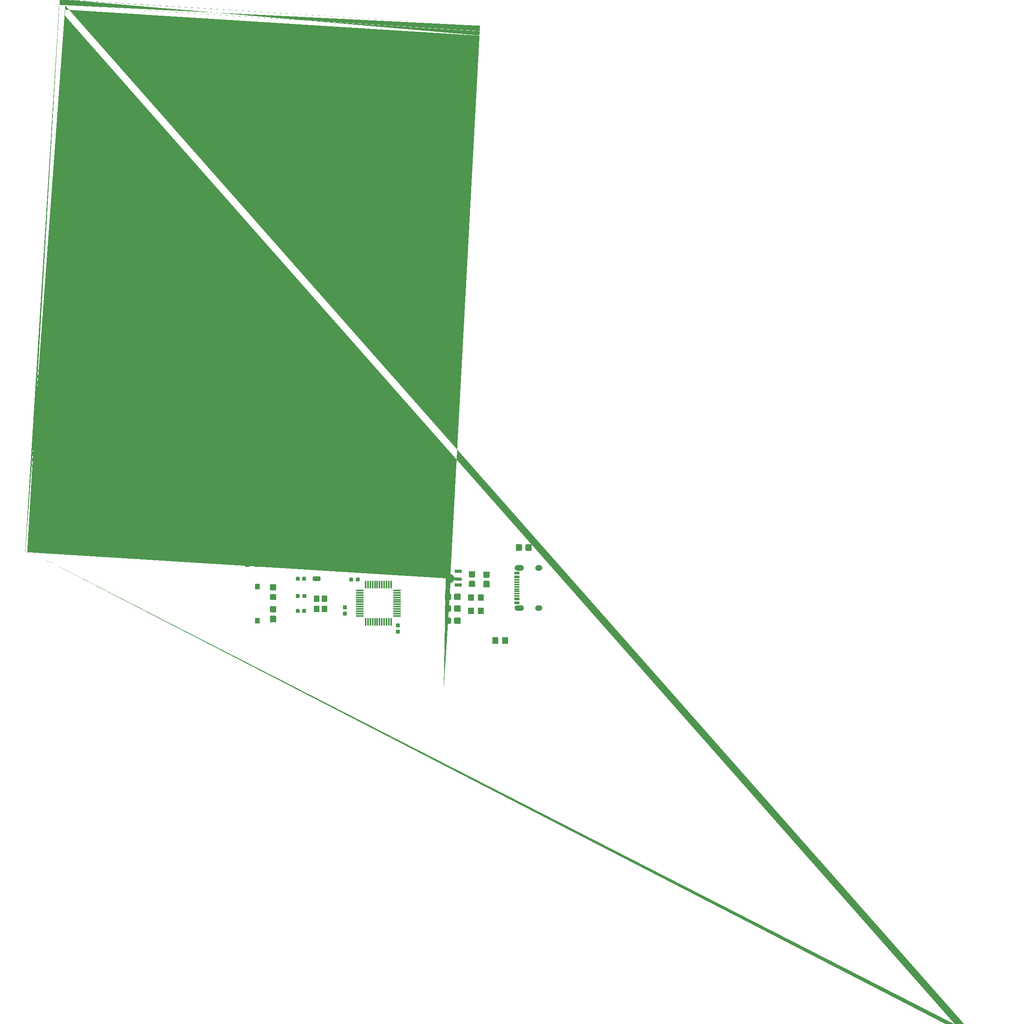
<source format=gtp>
%TF.GenerationSoftware,KiCad,Pcbnew,8.0.5*%
%TF.CreationDate,2024-09-23T12:45:29+08:00*%
%TF.ProjectId,li-chuang-di-wen-xing-cw32f030c8t6-kai-fa-ban,6c692d63-6875-4616-9e67-2d64692d7765,rev?*%
%TF.SameCoordinates,Original*%
%TF.FileFunction,Paste,Top*%
%TF.FilePolarity,Positive*%
%FSLAX46Y46*%
G04 Gerber Fmt 4.6, Leading zero omitted, Abs format (unit mm)*
G04 Created by KiCad (PCBNEW 8.0.5) date 2024-09-23 12:45:29*
%MOMM*%
%LPD*%
G01*
G04 APERTURE LIST*
G04 Aperture macros list*
%AMRoundRect*
0 Rectangle with rounded corners*
0 $1 Rounding radius*
0 $2 $3 $4 $5 $6 $7 $8 $9 X,Y pos of 4 corners*
0 Add a 4 corners polygon primitive as box body*
4,1,4,$2,$3,$4,$5,$6,$7,$8,$9,$2,$3,0*
0 Add four circle primitives for the rounded corners*
1,1,$1+$1,$2,$3*
1,1,$1+$1,$4,$5*
1,1,$1+$1,$6,$7*
1,1,$1+$1,$8,$9*
0 Add four rect primitives between the rounded corners*
20,1,$1+$1,$2,$3,$4,$5,0*
20,1,$1+$1,$4,$5,$6,$7,0*
20,1,$1+$1,$6,$7,$8,$9,0*
20,1,$1+$1,$8,$9,$2,$3,0*%
%AMFreePoly0*
4,1,123,0.971500,0.949000,1.016000,0.945500,1.060000,0.940500,1.104000,0.933000,1.147500,0.924000,1.190500,0.912500,1.233000,0.899000,1.275000,0.884000,1.316000,0.866500,1.356500,0.847500,1.395500,0.826000,1.434000,0.803500,1.471000,0.778500,1.507000,0.752500,1.541500,0.724500,1.574500,0.695000,1.606500,0.663500,1.637000,0.631000,1.666000,0.597000,1.693000,0.562000,
1.718500,0.525500,1.742000,0.487500,1.764000,0.449000,1.784500,0.409000,1.802500,0.330000,3.500000,0.330000,3.500000,-0.330000,1.802500,-0.330000,1.784500,-0.409500,1.764000,-0.449000,1.742000,-0.488000,1.718500,-0.525500,1.693000,-0.562000,1.666000,-0.597500,1.637000,-0.631500,1.606500,-0.664000,1.574500,-0.695000,1.541500,-0.724500,1.507000,-0.752500,1.471000,-0.779000,
1.434000,-0.803500,1.395500,-0.826500,1.356500,-0.847500,1.316000,-0.867000,1.275000,-0.884000,1.233000,-0.899500,1.190500,-0.913000,1.147500,-0.924000,1.104000,-0.933500,1.060000,-0.941000,1.016000,-0.946000,0.971500,-0.949000,0.927000,-0.950000,-0.927000,-0.950000,-0.971500,-0.949000,-1.016000,-0.946000,-1.060500,-0.941000,-1.104500,-0.933500,-1.148000,-0.924000,-1.191000,-0.913000,
-1.233500,-0.899500,-1.275500,-0.884000,-1.316500,-0.867000,-1.356500,-0.847500,-1.396000,-0.826500,-1.434000,-0.803500,-1.471000,-0.779000,-1.507000,-0.752500,-1.541500,-0.724500,-1.575000,-0.695000,-1.607000,-0.664000,-1.637000,-0.631500,-1.666000,-0.597500,-1.693000,-0.562000,-1.718500,-0.525500,-1.742500,-0.488000,-1.764500,-0.449000,-1.784500,-0.409500,-1.802500,-0.369000,-1.819000,-0.327500,
-1.833500,-0.285500,-1.846000,-0.242500,-1.856000,-0.199000,-1.864500,-0.155500,-1.870500,-0.111500,-1.875000,-0.067000,-1.877000,-0.022500,-1.877000,0.022000,-1.875000,0.066500,-1.870500,0.111000,-1.864500,0.155000,-1.856000,0.199000,-1.846000,0.242000,-1.833500,0.285000,-1.819000,0.327000,-1.802500,0.368500,-1.784500,0.409000,-1.764500,0.449000,-1.742500,0.487500,-1.718500,0.525500,
-1.693000,0.562000,-1.666000,0.597000,-1.637000,0.631000,-1.607000,0.663500,-1.575000,0.695000,-1.541500,0.724500,-1.507000,0.752500,-1.471000,0.778500,-1.434000,0.803500,-1.396000,0.826000,-1.356500,0.847500,-1.316500,0.866500,-1.275500,0.884000,-1.233500,0.899000,-1.191000,0.912500,-1.148000,0.924000,-1.104500,0.933000,-1.060500,0.940500,-1.016000,0.945500,-0.971500,0.949000,
-0.927000,0.950000,0.927000,0.950000,0.971500,0.949000,0.971500,0.949000,$1*%
G04 Aperture macros list end*
%ADD10C,0.000000*%
%ADD11R,1.200000X1.400000*%
%ADD12RoundRect,0.283125X0.283125X0.405375X-0.283125X0.405375X-0.283125X-0.405375X0.283125X-0.405375X0*%
%ADD13RoundRect,0.337500X-0.337500X0.367500X-0.337500X-0.367500X0.337500X-0.367500X0.337500X0.367500X0*%
%ADD14R,1.000000X1.200000*%
%ADD15RoundRect,0.200000X-0.250000X0.200000X-0.250000X-0.200000X0.250000X-0.200000X0.250000X0.200000X0*%
%ADD16RoundRect,0.283125X-0.283125X-0.405375X0.283125X-0.405375X0.283125X0.405375X-0.283125X0.405375X0*%
%ADD17RoundRect,0.200000X0.200000X0.250000X-0.200000X0.250000X-0.200000X-0.250000X0.200000X-0.250000X0*%
%ADD18RoundRect,0.283125X-0.405375X0.283125X-0.405375X-0.283125X0.405375X-0.283125X0.405375X0.283125X0*%
%ADD19RoundRect,0.337500X-0.367500X-0.337500X0.367500X-0.337500X0.367500X0.337500X-0.367500X0.337500X0*%
%ADD20RoundRect,0.200000X0.250000X-0.200000X0.250000X0.200000X-0.250000X0.200000X-0.250000X-0.200000X0*%
%ADD21RoundRect,0.337500X0.367500X0.337500X-0.367500X0.337500X-0.367500X-0.337500X0.367500X-0.337500X0*%
%ADD22R,1.100000X0.600000*%
%ADD23R,1.100000X0.300000*%
%ADD24O,1.800000X0.280000*%
%ADD25O,0.280000X1.800000*%
%ADD26RoundRect,0.250000X0.250000X0.449750X-0.250000X0.449750X-0.250000X-0.449750X0.250000X-0.449750X0*%
%ADD27RoundRect,0.315000X-0.535000X0.210000X-0.535000X-0.210000X0.535000X-0.210000X0.535000X0.210000X0*%
%ADD28RoundRect,0.200000X-0.200000X-0.250000X0.200000X-0.250000X0.200000X0.250000X-0.200000X0.250000X0*%
%ADD29R,1.575000X0.672000*%
%ADD30FreePoly0,0.000000*%
G04 APERTURE END LIST*
D10*
%TO.C,R9*%
G36*
X117376375Y-89610000D02*
G01*
X117376375Y-90030000D01*
X116931375Y-90030000D01*
X116931375Y-90480000D01*
X117371375Y-90480000D01*
X117376375Y-90890000D01*
X117326375Y-90940000D01*
X116176375Y-90940000D01*
X116126375Y-90890000D01*
X116126375Y-89610000D01*
X116176375Y-89560000D01*
X117326375Y-89560000D01*
X117376375Y-89610000D01*
G37*
G36*
X119526375Y-89610000D02*
G01*
X119526375Y-90890000D01*
X119476375Y-90940000D01*
X118326375Y-90940000D01*
X118276375Y-90890000D01*
X118271375Y-90480000D01*
X118721375Y-90480000D01*
X118721375Y-90030000D01*
X118281375Y-90030000D01*
X118276375Y-89610000D01*
X118326375Y-89560000D01*
X119476375Y-89560000D01*
X119526375Y-89610000D01*
G37*
%TO.C,C2*%
G36*
X117678875Y-81785000D02*
G01*
X117678875Y-82935000D01*
X117628875Y-82985000D01*
X117218875Y-82990000D01*
X117218875Y-82540000D01*
X116768875Y-82540000D01*
X116768875Y-82980000D01*
X116348875Y-82985000D01*
X116298875Y-82935000D01*
X116298875Y-81785000D01*
X116348875Y-81735000D01*
X117628875Y-81735000D01*
X117678875Y-81785000D01*
G37*
G36*
X116768875Y-84330000D02*
G01*
X117218875Y-84330000D01*
X117218875Y-83890000D01*
X117628875Y-83885000D01*
X117678875Y-83935000D01*
X117678875Y-85085000D01*
X117628875Y-85135000D01*
X116348875Y-85135000D01*
X116298875Y-85085000D01*
X116298875Y-83935000D01*
X116348875Y-83885000D01*
X116768875Y-83885000D01*
X116768875Y-84330000D01*
G37*
%TO.C,R4*%
G36*
X73680000Y-79520000D02*
G01*
X73685000Y-79930000D01*
X73235000Y-79930000D01*
X73235000Y-80380000D01*
X73675000Y-80380000D01*
X73680000Y-80800000D01*
X73630000Y-80850000D01*
X72480000Y-80850000D01*
X72430000Y-80800000D01*
X72430000Y-79520000D01*
X72480000Y-79470000D01*
X73630000Y-79470000D01*
X73680000Y-79520000D01*
G37*
G36*
X75830000Y-79520000D02*
G01*
X75830000Y-80800000D01*
X75780000Y-80850000D01*
X74630000Y-80850000D01*
X74580000Y-80800000D01*
X74580000Y-80380000D01*
X75025000Y-80380000D01*
X75025000Y-79930000D01*
X74585000Y-79930000D01*
X74580000Y-79520000D01*
X74630000Y-79470000D01*
X75780000Y-79470000D01*
X75830000Y-79520000D01*
G37*
%TO.C,R2*%
G36*
X74723500Y-84577250D02*
G01*
X74723500Y-85727250D01*
X74673500Y-85777250D01*
X74263500Y-85782250D01*
X74263500Y-85332250D01*
X73813500Y-85332250D01*
X73813500Y-85772250D01*
X73393500Y-85777250D01*
X73343500Y-85727250D01*
X73343500Y-84577250D01*
X73393500Y-84527250D01*
X74673500Y-84527250D01*
X74723500Y-84577250D01*
G37*
G36*
X73813500Y-87122250D02*
G01*
X74263500Y-87122250D01*
X74263500Y-86682250D01*
X74673500Y-86677250D01*
X74723500Y-86727250D01*
X74723500Y-87877250D01*
X74673500Y-87927250D01*
X73393500Y-87927250D01*
X73343500Y-87877250D01*
X73343500Y-86727250D01*
X73393500Y-86677250D01*
X73813500Y-86677250D01*
X73813500Y-87122250D01*
G37*
%TO.C,C3*%
G36*
X74730000Y-89325250D02*
G01*
X74730000Y-90475250D01*
X74680000Y-90525250D01*
X74270000Y-90530250D01*
X74270000Y-90080250D01*
X73820000Y-90080250D01*
X73820000Y-90520250D01*
X73400000Y-90525250D01*
X73350000Y-90475250D01*
X73350000Y-89325250D01*
X73400000Y-89275250D01*
X74680000Y-89275250D01*
X74730000Y-89325250D01*
G37*
G36*
X73820000Y-91870250D02*
G01*
X74270000Y-91870250D01*
X74270000Y-91430250D01*
X74680000Y-91425250D01*
X74730000Y-91475250D01*
X74730000Y-92625250D01*
X74680000Y-92675250D01*
X73400000Y-92675250D01*
X73350000Y-92625250D01*
X73350000Y-91475250D01*
X73400000Y-91425250D01*
X73820000Y-91425250D01*
X73820000Y-91870250D01*
G37*
%TO.C,C1*%
G36*
X120807500Y-81815000D02*
G01*
X120807500Y-82965000D01*
X120757500Y-83015000D01*
X120347500Y-83020000D01*
X120347500Y-82570000D01*
X119897500Y-82570000D01*
X119897500Y-83010000D01*
X119477500Y-83015000D01*
X119427500Y-82965000D01*
X119427500Y-81815000D01*
X119477500Y-81765000D01*
X120757500Y-81765000D01*
X120807500Y-81815000D01*
G37*
G36*
X119897500Y-84360000D02*
G01*
X120347500Y-84360000D01*
X120347500Y-83920000D01*
X120757500Y-83915000D01*
X120807500Y-83965000D01*
X120807500Y-85115000D01*
X120757500Y-85165000D01*
X119477500Y-85165000D01*
X119427500Y-85115000D01*
X119427500Y-83965000D01*
X119477500Y-83915000D01*
X119897500Y-83915000D01*
X119897500Y-84360000D01*
G37*
%TO.C,R8*%
G36*
X117376375Y-86728250D02*
G01*
X117376375Y-87148250D01*
X116931375Y-87148250D01*
X116931375Y-87598250D01*
X117371375Y-87598250D01*
X117376375Y-88008250D01*
X117326375Y-88058250D01*
X116176375Y-88058250D01*
X116126375Y-88008250D01*
X116126375Y-86728250D01*
X116176375Y-86678250D01*
X117326375Y-86678250D01*
X117376375Y-86728250D01*
G37*
G36*
X119526375Y-86728250D02*
G01*
X119526375Y-88008250D01*
X119476375Y-88058250D01*
X118326375Y-88058250D01*
X118276375Y-88008250D01*
X118271375Y-87598250D01*
X118721375Y-87598250D01*
X118721375Y-87148250D01*
X118281375Y-87148250D01*
X118276375Y-86728250D01*
X118326375Y-86678250D01*
X119476375Y-86678250D01*
X119526375Y-86728250D01*
G37*
%TO.C,C11*%
G36*
X112355250Y-91710000D02*
G01*
X112360250Y-92120000D01*
X111910250Y-92120000D01*
X111910250Y-92570000D01*
X112350250Y-92570000D01*
X112355250Y-92990000D01*
X112305250Y-93040000D01*
X111155250Y-93040000D01*
X111105250Y-92990000D01*
X111105250Y-91710000D01*
X111155250Y-91660000D01*
X112305250Y-91660000D01*
X112355250Y-91710000D01*
G37*
G36*
X114505250Y-91710000D02*
G01*
X114505250Y-92990000D01*
X114455250Y-93040000D01*
X113305250Y-93040000D01*
X113255250Y-92990000D01*
X113255250Y-92570000D01*
X113700250Y-92570000D01*
X113700250Y-92120000D01*
X113260250Y-92120000D01*
X113255250Y-91710000D01*
X113305250Y-91660000D01*
X114455250Y-91660000D01*
X114505250Y-91710000D01*
G37*
%TO.C,R5*%
G36*
X73750000Y-77130000D02*
G01*
X73750000Y-77550000D01*
X73305000Y-77550000D01*
X73305000Y-78000000D01*
X73745000Y-78000000D01*
X73750000Y-78410000D01*
X73700000Y-78460000D01*
X72550000Y-78460000D01*
X72500000Y-78410000D01*
X72500000Y-77130000D01*
X72550000Y-77080000D01*
X73700000Y-77080000D01*
X73750000Y-77130000D01*
G37*
G36*
X75900000Y-77130000D02*
G01*
X75900000Y-78410000D01*
X75850000Y-78460000D01*
X74700000Y-78460000D01*
X74650000Y-78410000D01*
X74645000Y-78000000D01*
X75095000Y-78000000D01*
X75095000Y-77550000D01*
X74655000Y-77550000D01*
X74650000Y-77130000D01*
X74700000Y-77080000D01*
X75850000Y-77080000D01*
X75900000Y-77130000D01*
G37*
%TO.C,C4*%
G36*
X112355250Y-86551666D02*
G01*
X112360250Y-86961666D01*
X111910250Y-86961666D01*
X111910250Y-87411666D01*
X112350250Y-87411666D01*
X112355250Y-87831666D01*
X112305250Y-87881666D01*
X111155250Y-87881666D01*
X111105250Y-87831666D01*
X111105250Y-86551666D01*
X111155250Y-86501666D01*
X112305250Y-86501666D01*
X112355250Y-86551666D01*
G37*
G36*
X114505250Y-86551666D02*
G01*
X114505250Y-87831666D01*
X114455250Y-87881666D01*
X113305250Y-87881666D01*
X113255250Y-87831666D01*
X113255250Y-87411666D01*
X113700250Y-87411666D01*
X113700250Y-86961666D01*
X113260250Y-86961666D01*
X113255250Y-86551666D01*
X113305250Y-86501666D01*
X114455250Y-86501666D01*
X114505250Y-86551666D01*
G37*
%TO.C,C10*%
G36*
X127665000Y-75940000D02*
G01*
X127665000Y-76360000D01*
X127220000Y-76360000D01*
X127220000Y-76810000D01*
X127660000Y-76810000D01*
X127665000Y-77220000D01*
X127615000Y-77270000D01*
X126465000Y-77270000D01*
X126415000Y-77220000D01*
X126415000Y-75940000D01*
X126465000Y-75890000D01*
X127615000Y-75890000D01*
X127665000Y-75940000D01*
G37*
G36*
X129815000Y-75940000D02*
G01*
X129815000Y-77220000D01*
X129765000Y-77270000D01*
X128615000Y-77270000D01*
X128565000Y-77220000D01*
X128560000Y-76810000D01*
X129010000Y-76810000D01*
X129010000Y-76360000D01*
X128570000Y-76360000D01*
X128565000Y-75940000D01*
X128615000Y-75890000D01*
X129765000Y-75890000D01*
X129815000Y-75940000D01*
G37*
%TO.C,USB1*%
G36*
X127175000Y-83210000D02*
G01*
X126075000Y-83210000D01*
X126075000Y-82610000D01*
X127175000Y-82610000D01*
X127175000Y-83210000D01*
G37*
G36*
X127175000Y-83710000D02*
G01*
X126075000Y-83710000D01*
X126075000Y-83410000D01*
X127175000Y-83410000D01*
X127175000Y-83710000D01*
G37*
G36*
X127175000Y-88010000D02*
G01*
X126075000Y-88010000D01*
X126075000Y-87410000D01*
X127175000Y-87410000D01*
X127175000Y-88010000D01*
G37*
G36*
X127175000Y-88810000D02*
G01*
X126075000Y-88810000D01*
X126075000Y-88210000D01*
X127175000Y-88210000D01*
X127175000Y-88810000D01*
G37*
G36*
X127175000Y-82410000D02*
G01*
X126075000Y-82410000D01*
X126075000Y-81810000D01*
X127175000Y-81810000D01*
X127175000Y-82410000D01*
G37*
G36*
X127175000Y-84210000D02*
G01*
X126075000Y-84210000D01*
X126075000Y-83910000D01*
X127175000Y-83910000D01*
X127175000Y-84210000D01*
G37*
G36*
X127175000Y-84710000D02*
G01*
X126075000Y-84710000D01*
X126075000Y-84410000D01*
X127175000Y-84410000D01*
X127175000Y-84710000D01*
G37*
G36*
X127175000Y-85210000D02*
G01*
X126075000Y-85210000D01*
X126075000Y-84910000D01*
X127175000Y-84910000D01*
X127175000Y-85210000D01*
G37*
G36*
X127175000Y-85710000D02*
G01*
X126075000Y-85710000D01*
X126075000Y-85410000D01*
X127175000Y-85410000D01*
X127175000Y-85710000D01*
G37*
G36*
X127175000Y-86210000D02*
G01*
X126075000Y-86210000D01*
X126075000Y-85910000D01*
X127175000Y-85910000D01*
X127175000Y-86210000D01*
G37*
G36*
X127175000Y-86710000D02*
G01*
X126075000Y-86710000D01*
X126075000Y-86410000D01*
X127175000Y-86410000D01*
X127175000Y-86710000D01*
G37*
G36*
X127175000Y-87210000D02*
G01*
X126075000Y-87210000D01*
X126075000Y-86910000D01*
X127175000Y-86910000D01*
X127175000Y-87210000D01*
G37*
G36*
X127605000Y-89035500D02*
G01*
X127634500Y-89038000D01*
X127664500Y-89041500D01*
X127694000Y-89047000D01*
X127723000Y-89053500D01*
X127751500Y-89061500D01*
X127780000Y-89071000D01*
X127808000Y-89082000D01*
X127835000Y-89094500D01*
X127862000Y-89108000D01*
X127887500Y-89123000D01*
X127913000Y-89139500D01*
X127937000Y-89156500D01*
X127960500Y-89175500D01*
X127983000Y-89195000D01*
X128004500Y-89216000D01*
X128024500Y-89238000D01*
X128044000Y-89261000D01*
X128062000Y-89284500D01*
X128079000Y-89309500D01*
X128094500Y-89335000D01*
X128109000Y-89361000D01*
X128122000Y-89388000D01*
X128133500Y-89416000D01*
X128143500Y-89444000D01*
X128152500Y-89472500D01*
X128160000Y-89501500D01*
X128166000Y-89531000D01*
X128170000Y-89560500D01*
X128173000Y-89590000D01*
X128174500Y-89620000D01*
X128174500Y-89650000D01*
X128173000Y-89680000D01*
X128170000Y-89709500D01*
X128166000Y-89739000D01*
X128160000Y-89768500D01*
X128152500Y-89797500D01*
X128143500Y-89826000D01*
X128133500Y-89854000D01*
X128122000Y-89881500D01*
X128109000Y-89908500D01*
X128094500Y-89935000D01*
X128079000Y-89960500D01*
X128062000Y-89985000D01*
X128044000Y-90009000D01*
X128024500Y-90032000D01*
X128004500Y-90054000D01*
X127983000Y-90075000D01*
X127960500Y-90094500D01*
X127937000Y-90113500D01*
X127913000Y-90130500D01*
X127887500Y-90147000D01*
X127862000Y-90162000D01*
X127835000Y-90175500D01*
X127808000Y-90188000D01*
X127780000Y-90199000D01*
X127751500Y-90208500D01*
X127723000Y-90216500D01*
X127694000Y-90223000D01*
X127664500Y-90228500D01*
X127634500Y-90232000D01*
X127605000Y-90234000D01*
X127575000Y-90235000D01*
X126775000Y-90235000D01*
X126745000Y-90234000D01*
X126715000Y-90232000D01*
X126685500Y-90228500D01*
X126656000Y-90223000D01*
X126627000Y-90216500D01*
X126598000Y-90208500D01*
X126569500Y-90199000D01*
X126542000Y-90188000D01*
X126514500Y-90175500D01*
X126488000Y-90162000D01*
X126462000Y-90147000D01*
X126437000Y-90130500D01*
X126412500Y-90113500D01*
X126389000Y-90094500D01*
X126367000Y-90075000D01*
X126345500Y-90054000D01*
X126325000Y-90032000D01*
X126306000Y-90009000D01*
X126287500Y-89985000D01*
X126271000Y-89960500D01*
X126255500Y-89935000D01*
X126241000Y-89908500D01*
X126228000Y-89881500D01*
X126216500Y-89854000D01*
X126206000Y-89826000D01*
X126197500Y-89797500D01*
X126190000Y-89768500D01*
X126184000Y-89739000D01*
X126179500Y-89709500D01*
X126176500Y-89680000D01*
X126175000Y-89650000D01*
X126175000Y-89620000D01*
X126176500Y-89590000D01*
X126179500Y-89560500D01*
X126184000Y-89531000D01*
X126190000Y-89501500D01*
X126197500Y-89472500D01*
X126206000Y-89444000D01*
X126216500Y-89416000D01*
X126228000Y-89388000D01*
X126241000Y-89361000D01*
X126255500Y-89335000D01*
X126271000Y-89309500D01*
X126287500Y-89284500D01*
X126306000Y-89261000D01*
X126325000Y-89238000D01*
X126345500Y-89216000D01*
X126367000Y-89195000D01*
X126389000Y-89175500D01*
X126412500Y-89156500D01*
X126437000Y-89139500D01*
X126462000Y-89123000D01*
X126488000Y-89108000D01*
X126514500Y-89094500D01*
X126542000Y-89082000D01*
X126569500Y-89071000D01*
X126598000Y-89061500D01*
X126627000Y-89053500D01*
X126656000Y-89047000D01*
X126685500Y-89041500D01*
X126715000Y-89038000D01*
X126745000Y-89035500D01*
X126775000Y-89035000D01*
X127575000Y-89035000D01*
X127605000Y-89035500D01*
G37*
G36*
X127605000Y-80386000D02*
G01*
X127634500Y-80388000D01*
X127664500Y-80391500D01*
X127694000Y-80397000D01*
X127723000Y-80403500D01*
X127751500Y-80411500D01*
X127780000Y-80421000D01*
X127808000Y-80432000D01*
X127835000Y-80444500D01*
X127862000Y-80458000D01*
X127887500Y-80473000D01*
X127913000Y-80489500D01*
X127937000Y-80506500D01*
X127960500Y-80525500D01*
X127983000Y-80545000D01*
X128004500Y-80566000D01*
X128024500Y-80588000D01*
X128044000Y-80611000D01*
X128062000Y-80635000D01*
X128079000Y-80659500D01*
X128094500Y-80685000D01*
X128109000Y-80711500D01*
X128122000Y-80738500D01*
X128133500Y-80766000D01*
X128143500Y-80794000D01*
X128152500Y-80822500D01*
X128160000Y-80851500D01*
X128166000Y-80881000D01*
X128170000Y-80910500D01*
X128173000Y-80940000D01*
X128174500Y-80970000D01*
X128174500Y-81000000D01*
X128173000Y-81030000D01*
X128170000Y-81059500D01*
X128166000Y-81089000D01*
X128160000Y-81118500D01*
X128152500Y-81147500D01*
X128143500Y-81176000D01*
X128133500Y-81204000D01*
X128122000Y-81232000D01*
X128109000Y-81259000D01*
X128094500Y-81285000D01*
X128079000Y-81310500D01*
X128062000Y-81335500D01*
X128044000Y-81359000D01*
X128024500Y-81382000D01*
X128004500Y-81404000D01*
X127983000Y-81425000D01*
X127960500Y-81444500D01*
X127937000Y-81463500D01*
X127913000Y-81480500D01*
X127887500Y-81497000D01*
X127862000Y-81512000D01*
X127835000Y-81525500D01*
X127808000Y-81538000D01*
X127780000Y-81549000D01*
X127751500Y-81558500D01*
X127723000Y-81566500D01*
X127694000Y-81573000D01*
X127664500Y-81578500D01*
X127634500Y-81582000D01*
X127605000Y-81584500D01*
X127575000Y-81585000D01*
X126775000Y-81585000D01*
X126745000Y-81584500D01*
X126715000Y-81582000D01*
X126685500Y-81578500D01*
X126656000Y-81573000D01*
X126627000Y-81566500D01*
X126598000Y-81558500D01*
X126569500Y-81549000D01*
X126542000Y-81538000D01*
X126514500Y-81525500D01*
X126488000Y-81512000D01*
X126462000Y-81497000D01*
X126437000Y-81480500D01*
X126412500Y-81463500D01*
X126389000Y-81444500D01*
X126367000Y-81425000D01*
X126345500Y-81404000D01*
X126325000Y-81382000D01*
X126306000Y-81359000D01*
X126287500Y-81335500D01*
X126271000Y-81310500D01*
X126255500Y-81285000D01*
X126241000Y-81259000D01*
X126228000Y-81232000D01*
X126216500Y-81204000D01*
X126206000Y-81176000D01*
X126197500Y-81147500D01*
X126190000Y-81118500D01*
X126184000Y-81089000D01*
X126179500Y-81059500D01*
X126176500Y-81030000D01*
X126175000Y-81000000D01*
X126175000Y-80970000D01*
X126176500Y-80940000D01*
X126179500Y-80910500D01*
X126184000Y-80881000D01*
X126190000Y-80851500D01*
X126197500Y-80822500D01*
X126206000Y-80794000D01*
X126216500Y-80766000D01*
X126228000Y-80738500D01*
X126241000Y-80711500D01*
X126255500Y-80685000D01*
X126271000Y-80659500D01*
X126287500Y-80635000D01*
X126306000Y-80611000D01*
X126325000Y-80588000D01*
X126345500Y-80566000D01*
X126367000Y-80545000D01*
X126389000Y-80525500D01*
X126412500Y-80506500D01*
X126437000Y-80489500D01*
X126462000Y-80473000D01*
X126488000Y-80458000D01*
X126514500Y-80444500D01*
X126542000Y-80432000D01*
X126569500Y-80421000D01*
X126598000Y-80411500D01*
X126627000Y-80403500D01*
X126656000Y-80397000D01*
X126685500Y-80391500D01*
X126715000Y-80388000D01*
X126745000Y-80386000D01*
X126775000Y-80385000D01*
X127575000Y-80385000D01*
X127605000Y-80386000D01*
G37*
G36*
X131555000Y-80386000D02*
G01*
X131585000Y-80388000D01*
X131614500Y-80391500D01*
X131644000Y-80397000D01*
X131673000Y-80403500D01*
X131702000Y-80411500D01*
X131730000Y-80421000D01*
X131758000Y-80432000D01*
X131785500Y-80444500D01*
X131812000Y-80458000D01*
X131838000Y-80473000D01*
X131863000Y-80489500D01*
X131887500Y-80506500D01*
X131910500Y-80525500D01*
X131933000Y-80545000D01*
X131954500Y-80566000D01*
X131975000Y-80588000D01*
X131994000Y-80611000D01*
X132012000Y-80635000D01*
X132029000Y-80659500D01*
X132044500Y-80685000D01*
X132059000Y-80711500D01*
X132072000Y-80738500D01*
X132083500Y-80766000D01*
X132094000Y-80794000D01*
X132102500Y-80822500D01*
X132110000Y-80851500D01*
X132116000Y-80881000D01*
X132120500Y-80910500D01*
X132123500Y-80940000D01*
X132125000Y-80970000D01*
X132125000Y-81000000D01*
X132123500Y-81030000D01*
X132120500Y-81059500D01*
X132116000Y-81089000D01*
X132110000Y-81118500D01*
X132102500Y-81147500D01*
X132094000Y-81176000D01*
X132083500Y-81204000D01*
X132072000Y-81232000D01*
X132059000Y-81259000D01*
X132044500Y-81285000D01*
X132029000Y-81310500D01*
X132012000Y-81335500D01*
X131994000Y-81359000D01*
X131975000Y-81382000D01*
X131954500Y-81404000D01*
X131933000Y-81425000D01*
X131910500Y-81444500D01*
X131887500Y-81463500D01*
X131863000Y-81480500D01*
X131838000Y-81497000D01*
X131812000Y-81512000D01*
X131785500Y-81525500D01*
X131758000Y-81538000D01*
X131730000Y-81549000D01*
X131702000Y-81558500D01*
X131673000Y-81566500D01*
X131644000Y-81573000D01*
X131614500Y-81578500D01*
X131585000Y-81582000D01*
X131555000Y-81584500D01*
X131525000Y-81585000D01*
X131225000Y-81585000D01*
X131195000Y-81584500D01*
X131165500Y-81582000D01*
X131135500Y-81578500D01*
X131106000Y-81573000D01*
X131077000Y-81566500D01*
X131048000Y-81558500D01*
X131020000Y-81549000D01*
X130992000Y-81538000D01*
X130964500Y-81525500D01*
X130938000Y-81512000D01*
X130912000Y-81497000D01*
X130887000Y-81480500D01*
X130863000Y-81463500D01*
X130839500Y-81444500D01*
X130817000Y-81425000D01*
X130795500Y-81404000D01*
X130775000Y-81382000D01*
X130756000Y-81359000D01*
X130738000Y-81335500D01*
X130721000Y-81310500D01*
X130705500Y-81285000D01*
X130691000Y-81259000D01*
X130678000Y-81232000D01*
X130666500Y-81204000D01*
X130656500Y-81176000D01*
X130647500Y-81147500D01*
X130640000Y-81118500D01*
X130634000Y-81089000D01*
X130629500Y-81059500D01*
X130626500Y-81030000D01*
X130625000Y-81000000D01*
X130625000Y-80970000D01*
X130626500Y-80940000D01*
X130629500Y-80910500D01*
X130634000Y-80881000D01*
X130640000Y-80851500D01*
X130647500Y-80822500D01*
X130656500Y-80794000D01*
X130666500Y-80766000D01*
X130678000Y-80738500D01*
X130691000Y-80711500D01*
X130705500Y-80685000D01*
X130721000Y-80659500D01*
X130738000Y-80635000D01*
X130756000Y-80611000D01*
X130775000Y-80588000D01*
X130795500Y-80566000D01*
X130817000Y-80545000D01*
X130839500Y-80525500D01*
X130863000Y-80506500D01*
X130887000Y-80489500D01*
X130912000Y-80473000D01*
X130938000Y-80458000D01*
X130964500Y-80444500D01*
X130992000Y-80432000D01*
X131020000Y-80421000D01*
X131048000Y-80411500D01*
X131077000Y-80403500D01*
X131106000Y-80397000D01*
X131135500Y-80391500D01*
X131165500Y-80388000D01*
X131195000Y-80386000D01*
X131225000Y-80385000D01*
X131525000Y-80385000D01*
X131555000Y-80386000D01*
G37*
G36*
X131555000Y-89035500D02*
G01*
X131585000Y-89038000D01*
X131614500Y-89041500D01*
X131644000Y-89047000D01*
X131673000Y-89053500D01*
X131702000Y-89061500D01*
X131730000Y-89071000D01*
X131758000Y-89082000D01*
X131785500Y-89094500D01*
X131812000Y-89108000D01*
X131838000Y-89123000D01*
X131863000Y-89139500D01*
X131887500Y-89156500D01*
X131910500Y-89175500D01*
X131933000Y-89195000D01*
X131954500Y-89216000D01*
X131975000Y-89238000D01*
X131994000Y-89261000D01*
X132012000Y-89284500D01*
X132029000Y-89309500D01*
X132044500Y-89335000D01*
X132059000Y-89361000D01*
X132072000Y-89388000D01*
X132083500Y-89416000D01*
X132094000Y-89444000D01*
X132102500Y-89472500D01*
X132110000Y-89501500D01*
X132116000Y-89531000D01*
X132120500Y-89560500D01*
X132123500Y-89590000D01*
X132125000Y-89620000D01*
X132125000Y-89650000D01*
X132123500Y-89680000D01*
X132120500Y-89709500D01*
X132116000Y-89739000D01*
X132110000Y-89768500D01*
X132102500Y-89797500D01*
X132094000Y-89826000D01*
X132083500Y-89854000D01*
X132072000Y-89881500D01*
X132059000Y-89908500D01*
X132044500Y-89935000D01*
X132029000Y-89960500D01*
X132012000Y-89985000D01*
X131994000Y-90009000D01*
X131975000Y-90032000D01*
X131954500Y-90054000D01*
X131933000Y-90075000D01*
X131910500Y-90094500D01*
X131887500Y-90113500D01*
X131863000Y-90130500D01*
X131838000Y-90147000D01*
X131812000Y-90162000D01*
X131785500Y-90175500D01*
X131758000Y-90188000D01*
X131730000Y-90199000D01*
X131702000Y-90208500D01*
X131673000Y-90216500D01*
X131644000Y-90223000D01*
X131614500Y-90228500D01*
X131585000Y-90232000D01*
X131555000Y-90234000D01*
X131525000Y-90235000D01*
X131225000Y-90235000D01*
X131195000Y-90234000D01*
X131165500Y-90232000D01*
X131135500Y-90228500D01*
X131106000Y-90223000D01*
X131077000Y-90216500D01*
X131048000Y-90208500D01*
X131020000Y-90199000D01*
X130992000Y-90188000D01*
X130964500Y-90175500D01*
X130938000Y-90162000D01*
X130912000Y-90147000D01*
X130887000Y-90130500D01*
X130863000Y-90113500D01*
X130839500Y-90094500D01*
X130817000Y-90075000D01*
X130795500Y-90054000D01*
X130775000Y-90032000D01*
X130756000Y-90009000D01*
X130738000Y-89985000D01*
X130721000Y-89960500D01*
X130705500Y-89935000D01*
X130691000Y-89908500D01*
X130678000Y-89881500D01*
X130666500Y-89854000D01*
X130656500Y-89826000D01*
X130647500Y-89797500D01*
X130640000Y-89768500D01*
X130634000Y-89739000D01*
X130629500Y-89709500D01*
X130626500Y-89680000D01*
X130625000Y-89650000D01*
X130625000Y-89620000D01*
X130626500Y-89590000D01*
X130629500Y-89560500D01*
X130634000Y-89531000D01*
X130640000Y-89501500D01*
X130647500Y-89472500D01*
X130656500Y-89444000D01*
X130666500Y-89416000D01*
X130678000Y-89388000D01*
X130691000Y-89361000D01*
X130705500Y-89335000D01*
X130721000Y-89309500D01*
X130738000Y-89284500D01*
X130756000Y-89261000D01*
X130775000Y-89238000D01*
X130795500Y-89216000D01*
X130817000Y-89195000D01*
X130839500Y-89175500D01*
X130863000Y-89156500D01*
X130887000Y-89139500D01*
X130912000Y-89123000D01*
X130938000Y-89108000D01*
X130964500Y-89094500D01*
X130992000Y-89082000D01*
X131020000Y-89071000D01*
X131048000Y-89061500D01*
X131077000Y-89053500D01*
X131106000Y-89047000D01*
X131135500Y-89041500D01*
X131165500Y-89038000D01*
X131195000Y-89035500D01*
X131225000Y-89035000D01*
X131525000Y-89035000D01*
X131555000Y-89035500D01*
G37*
%TO.C,R6*%
G36*
X122630000Y-96010000D02*
G01*
X122635000Y-96420000D01*
X122185000Y-96420000D01*
X122185000Y-96870000D01*
X122625000Y-96870000D01*
X122630000Y-97290000D01*
X122580000Y-97340000D01*
X121430000Y-97340000D01*
X121380000Y-97290000D01*
X121380000Y-96010000D01*
X121430000Y-95960000D01*
X122580000Y-95960000D01*
X122630000Y-96010000D01*
G37*
G36*
X124780000Y-96010000D02*
G01*
X124780000Y-97290000D01*
X124730000Y-97340000D01*
X123580000Y-97340000D01*
X123530000Y-97290000D01*
X123530000Y-96870000D01*
X123975000Y-96870000D01*
X123975000Y-96420000D01*
X123535000Y-96420000D01*
X123530000Y-96010000D01*
X123580000Y-95960000D01*
X124730000Y-95960000D01*
X124780000Y-96010000D01*
G37*
%TO.C,C5*%
G36*
X112355250Y-89130832D02*
G01*
X112360250Y-89540832D01*
X111910250Y-89540832D01*
X111910250Y-89990832D01*
X112350250Y-89990832D01*
X112355250Y-90410832D01*
X112305250Y-90460832D01*
X111155250Y-90460832D01*
X111105250Y-90410832D01*
X111105250Y-89130832D01*
X111155250Y-89080832D01*
X112305250Y-89080832D01*
X112355250Y-89130832D01*
G37*
G36*
X114505250Y-89130832D02*
G01*
X114505250Y-90410832D01*
X114455250Y-90460832D01*
X113305250Y-90460832D01*
X113255250Y-90410832D01*
X113255250Y-89990832D01*
X113700250Y-89990832D01*
X113700250Y-89540832D01*
X113260250Y-89540832D01*
X113255250Y-89130832D01*
X113305250Y-89080832D01*
X114455250Y-89080832D01*
X114505250Y-89130832D01*
G37*
%TD*%
D11*
%TO.C,X1*%
X83421875Y-87674207D03*
X83421875Y-89874207D03*
X85171875Y-89874207D03*
X85171875Y-87674207D03*
%TD*%
D12*
%TO.C,R9*%
X118826375Y-90250000D03*
X116826375Y-90250000D03*
%TD*%
D13*
%TO.C,C2*%
X116968875Y-82410000D03*
X116968875Y-84410000D03*
%TD*%
D14*
%TO.C,SW1*%
X70660000Y-92390000D03*
X70660000Y-84990000D03*
%TD*%
D15*
%TO.C,C6*%
X101010000Y-93370000D03*
X101010000Y-94770000D03*
%TD*%
D16*
%TO.C,R4*%
X73130000Y-80160000D03*
X75130000Y-80160000D03*
%TD*%
D17*
%TO.C,C7*%
X92320000Y-83480000D03*
X90920000Y-83480000D03*
%TD*%
%TO.C,C8*%
X92320000Y-81370000D03*
X90920000Y-81370000D03*
%TD*%
D18*
%TO.C,R2*%
X74033500Y-85227250D03*
X74033500Y-87227250D03*
%TD*%
D13*
%TO.C,C3*%
X74020000Y-89950250D03*
X74020000Y-91950250D03*
%TD*%
%TO.C,C1*%
X120097500Y-82440000D03*
X120097500Y-84440000D03*
%TD*%
D12*
%TO.C,R8*%
X118826375Y-87368250D03*
X116826375Y-87368250D03*
%TD*%
D19*
%TO.C,C11*%
X111780250Y-92370000D03*
X113780250Y-92370000D03*
%TD*%
D12*
%TO.C,R5*%
X75200000Y-77770000D03*
X73200000Y-77770000D03*
%TD*%
D20*
%TO.C,C9*%
X89560000Y-90880000D03*
X89560000Y-89480000D03*
%TD*%
D17*
%TO.C,C12*%
X80771375Y-90293957D03*
X79371375Y-90293957D03*
%TD*%
D19*
%TO.C,C4*%
X111780250Y-87211666D03*
X113780250Y-87211666D03*
%TD*%
D21*
%TO.C,C10*%
X129140000Y-76560000D03*
X127140000Y-76560000D03*
%TD*%
D17*
%TO.C,C15*%
X80750750Y-83302250D03*
X79350750Y-83302250D03*
%TD*%
D22*
%TO.C,USB1*%
X126625000Y-88510000D03*
X126625000Y-87710000D03*
D23*
X126625000Y-87060000D03*
X126625000Y-86560000D03*
X126625000Y-86060000D03*
X126625000Y-85560000D03*
X126625000Y-85060000D03*
X126625000Y-84560000D03*
X126625000Y-84060000D03*
X126625000Y-83560000D03*
D22*
X126625000Y-82910000D03*
X126625000Y-82110000D03*
%TD*%
D24*
%TO.C,U1*%
X92720000Y-85850000D03*
X92720000Y-86350000D03*
X92720000Y-86850000D03*
X92720000Y-87350000D03*
X92720000Y-87850000D03*
X92720000Y-88350000D03*
X92720000Y-88850000D03*
X92720000Y-89350000D03*
X92720000Y-89850000D03*
X92720000Y-90350000D03*
X92720000Y-90850000D03*
X92720000Y-91350000D03*
D25*
X94020000Y-92650000D03*
X94520000Y-92650000D03*
X95020000Y-92650000D03*
X95520000Y-92650000D03*
X96020000Y-92650000D03*
X96520000Y-92650000D03*
X97020000Y-92650000D03*
X97520000Y-92650000D03*
X98020000Y-92650000D03*
X98520000Y-92650000D03*
X99020000Y-92650000D03*
X99520000Y-92650000D03*
D24*
X100820000Y-91350000D03*
X100820000Y-90850000D03*
X100820000Y-90350000D03*
X100820000Y-89850000D03*
X100820000Y-89350000D03*
X100820000Y-88850000D03*
X100820000Y-88350000D03*
X100820000Y-87850000D03*
X100820000Y-87350000D03*
X100820000Y-86850000D03*
X100820000Y-86350000D03*
X100820000Y-85850000D03*
D25*
X99520000Y-84550000D03*
X99020000Y-84550000D03*
X98520000Y-84550000D03*
X98020000Y-84550000D03*
X97520000Y-84550000D03*
X97020000Y-84550000D03*
X96520000Y-84550000D03*
X96020000Y-84550000D03*
X95520000Y-84550000D03*
X95020000Y-84550000D03*
X94520000Y-84550000D03*
X94020000Y-84550000D03*
%TD*%
D16*
%TO.C,R6*%
X122080000Y-96650000D03*
X124080000Y-96650000D03*
%TD*%
D26*
%TO.C,LED2*%
X70550500Y-77596000D03*
X68449500Y-77596000D03*
%TD*%
%TO.C,LED1*%
X70550500Y-80126000D03*
X68449500Y-80126000D03*
%TD*%
D19*
%TO.C,C5*%
X111780250Y-89790832D03*
X113780250Y-89790832D03*
%TD*%
D17*
%TO.C,C14*%
X80750750Y-80772250D03*
X79350750Y-80772250D03*
%TD*%
D27*
%TO.C,X2*%
X83450000Y-80765000D03*
X83450000Y-83315000D03*
%TD*%
D28*
%TO.C,C13*%
X79386875Y-87000707D03*
X80786875Y-87000707D03*
%TD*%
D29*
%TO.C,Q1*%
X114032000Y-84710000D03*
D30*
X111320000Y-83210000D03*
D29*
X114032000Y-81710000D03*
%TD*%
M02*

</source>
